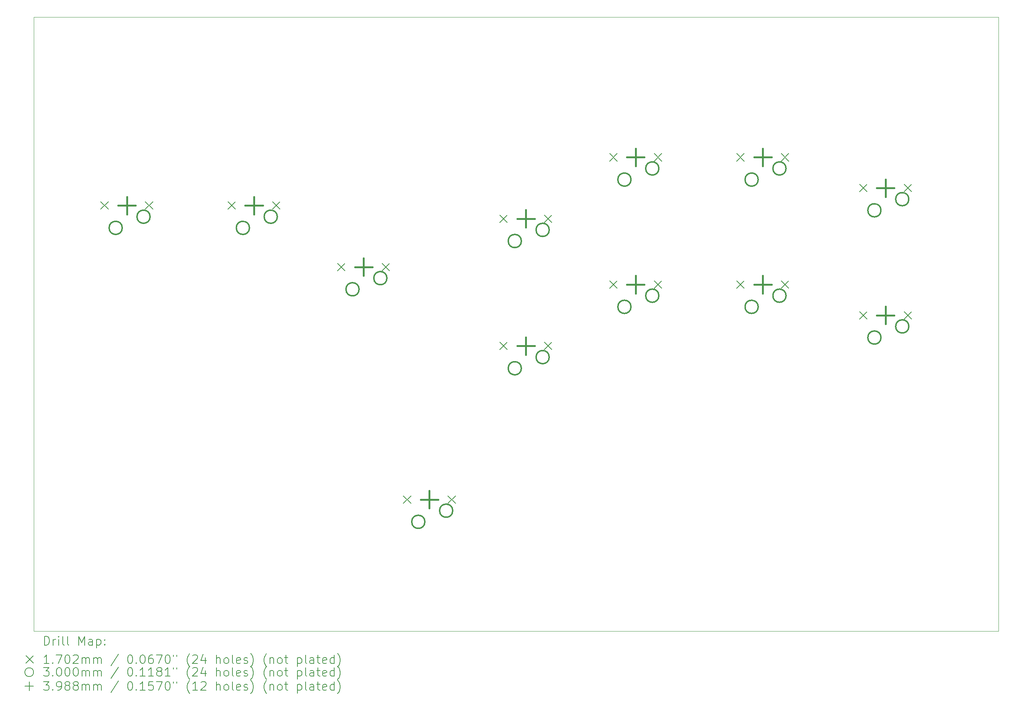
<source format=gbr>
%TF.GenerationSoftware,KiCad,Pcbnew,7.0.2*%
%TF.CreationDate,2023-06-12T14:06:48-07:00*%
%TF.ProjectId,DS5,4453352e-6b69-4636-9164-5f7063625858,rev?*%
%TF.SameCoordinates,Original*%
%TF.FileFunction,Drillmap*%
%TF.FilePolarity,Positive*%
%FSLAX45Y45*%
G04 Gerber Fmt 4.5, Leading zero omitted, Abs format (unit mm)*
G04 Created by KiCad (PCBNEW 7.0.2) date 2023-06-12 14:06:48*
%MOMM*%
%LPD*%
G01*
G04 APERTURE LIST*
%ADD10C,0.100000*%
%ADD11C,0.200000*%
%ADD12C,0.170180*%
%ADD13C,0.300000*%
%ADD14C,0.398780*%
G04 APERTURE END LIST*
D10*
X1800000Y-1700000D02*
X23800000Y-1700000D01*
X23800000Y-15700000D01*
X1800000Y-15700000D01*
X1800000Y-1700000D01*
D11*
D12*
X3327910Y-5914910D02*
X3498090Y-6085090D01*
X3498090Y-5914910D02*
X3327910Y-6085090D01*
X4343910Y-5914910D02*
X4514090Y-6085090D01*
X4514090Y-5914910D02*
X4343910Y-6085090D01*
X6227910Y-5914910D02*
X6398090Y-6085090D01*
X6398090Y-5914910D02*
X6227910Y-6085090D01*
X7243910Y-5914910D02*
X7414090Y-6085090D01*
X7414090Y-5914910D02*
X7243910Y-6085090D01*
X8727910Y-7314910D02*
X8898090Y-7485090D01*
X8898090Y-7314910D02*
X8727910Y-7485090D01*
X9743910Y-7314910D02*
X9914090Y-7485090D01*
X9914090Y-7314910D02*
X9743910Y-7485090D01*
X10227910Y-12614910D02*
X10398090Y-12785090D01*
X10398090Y-12614910D02*
X10227910Y-12785090D01*
X11243910Y-12614910D02*
X11414090Y-12785090D01*
X11414090Y-12614910D02*
X11243910Y-12785090D01*
X12427910Y-6214910D02*
X12598090Y-6385090D01*
X12598090Y-6214910D02*
X12427910Y-6385090D01*
X12427910Y-9114910D02*
X12598090Y-9285090D01*
X12598090Y-9114910D02*
X12427910Y-9285090D01*
X13443910Y-6214910D02*
X13614090Y-6385090D01*
X13614090Y-6214910D02*
X13443910Y-6385090D01*
X13443910Y-9114910D02*
X13614090Y-9285090D01*
X13614090Y-9114910D02*
X13443910Y-9285090D01*
X14927910Y-4814910D02*
X15098090Y-4985090D01*
X15098090Y-4814910D02*
X14927910Y-4985090D01*
X14927910Y-7714910D02*
X15098090Y-7885090D01*
X15098090Y-7714910D02*
X14927910Y-7885090D01*
X15943910Y-4814910D02*
X16114090Y-4985090D01*
X16114090Y-4814910D02*
X15943910Y-4985090D01*
X15943910Y-7714910D02*
X16114090Y-7885090D01*
X16114090Y-7714910D02*
X15943910Y-7885090D01*
X17827910Y-4814910D02*
X17998090Y-4985090D01*
X17998090Y-4814910D02*
X17827910Y-4985090D01*
X17827910Y-7714910D02*
X17998090Y-7885090D01*
X17998090Y-7714910D02*
X17827910Y-7885090D01*
X18843910Y-4814910D02*
X19014090Y-4985090D01*
X19014090Y-4814910D02*
X18843910Y-4985090D01*
X18843910Y-7714910D02*
X19014090Y-7885090D01*
X19014090Y-7714910D02*
X18843910Y-7885090D01*
X20627910Y-5514910D02*
X20798090Y-5685090D01*
X20798090Y-5514910D02*
X20627910Y-5685090D01*
X20627910Y-8414910D02*
X20798090Y-8585090D01*
X20798090Y-8414910D02*
X20627910Y-8585090D01*
X21643910Y-5514910D02*
X21814090Y-5685090D01*
X21814090Y-5514910D02*
X21643910Y-5685090D01*
X21643910Y-8414910D02*
X21814090Y-8585090D01*
X21814090Y-8414910D02*
X21643910Y-8585090D01*
D13*
X3817000Y-6508000D02*
G75*
G03*
X3817000Y-6508000I-150000J0D01*
G01*
X4452000Y-6254000D02*
G75*
G03*
X4452000Y-6254000I-150000J0D01*
G01*
X6717000Y-6508000D02*
G75*
G03*
X6717000Y-6508000I-150000J0D01*
G01*
X7352000Y-6254000D02*
G75*
G03*
X7352000Y-6254000I-150000J0D01*
G01*
X9217000Y-7908000D02*
G75*
G03*
X9217000Y-7908000I-150000J0D01*
G01*
X9852000Y-7654000D02*
G75*
G03*
X9852000Y-7654000I-150000J0D01*
G01*
X10717000Y-13208000D02*
G75*
G03*
X10717000Y-13208000I-150000J0D01*
G01*
X11352000Y-12954000D02*
G75*
G03*
X11352000Y-12954000I-150000J0D01*
G01*
X12917000Y-6808000D02*
G75*
G03*
X12917000Y-6808000I-150000J0D01*
G01*
X12917000Y-9708000D02*
G75*
G03*
X12917000Y-9708000I-150000J0D01*
G01*
X13552000Y-6554000D02*
G75*
G03*
X13552000Y-6554000I-150000J0D01*
G01*
X13552000Y-9454000D02*
G75*
G03*
X13552000Y-9454000I-150000J0D01*
G01*
X15417000Y-5408000D02*
G75*
G03*
X15417000Y-5408000I-150000J0D01*
G01*
X15417000Y-8308000D02*
G75*
G03*
X15417000Y-8308000I-150000J0D01*
G01*
X16052000Y-5154000D02*
G75*
G03*
X16052000Y-5154000I-150000J0D01*
G01*
X16052000Y-8054000D02*
G75*
G03*
X16052000Y-8054000I-150000J0D01*
G01*
X18317000Y-5408000D02*
G75*
G03*
X18317000Y-5408000I-150000J0D01*
G01*
X18317000Y-8308000D02*
G75*
G03*
X18317000Y-8308000I-150000J0D01*
G01*
X18952000Y-5154000D02*
G75*
G03*
X18952000Y-5154000I-150000J0D01*
G01*
X18952000Y-8054000D02*
G75*
G03*
X18952000Y-8054000I-150000J0D01*
G01*
X21117000Y-6108000D02*
G75*
G03*
X21117000Y-6108000I-150000J0D01*
G01*
X21117000Y-9008000D02*
G75*
G03*
X21117000Y-9008000I-150000J0D01*
G01*
X21752000Y-5854000D02*
G75*
G03*
X21752000Y-5854000I-150000J0D01*
G01*
X21752000Y-8754000D02*
G75*
G03*
X21752000Y-8754000I-150000J0D01*
G01*
D14*
X3921000Y-5800610D02*
X3921000Y-6199390D01*
X3721610Y-6000000D02*
X4120390Y-6000000D01*
X6821000Y-5800610D02*
X6821000Y-6199390D01*
X6621610Y-6000000D02*
X7020390Y-6000000D01*
X9321000Y-7200610D02*
X9321000Y-7599390D01*
X9121610Y-7400000D02*
X9520390Y-7400000D01*
X10821000Y-12500610D02*
X10821000Y-12899390D01*
X10621610Y-12700000D02*
X11020390Y-12700000D01*
X13021000Y-6100610D02*
X13021000Y-6499390D01*
X12821610Y-6300000D02*
X13220390Y-6300000D01*
X13021000Y-9000610D02*
X13021000Y-9399390D01*
X12821610Y-9200000D02*
X13220390Y-9200000D01*
X15521000Y-4700610D02*
X15521000Y-5099390D01*
X15321610Y-4900000D02*
X15720390Y-4900000D01*
X15521000Y-7600610D02*
X15521000Y-7999390D01*
X15321610Y-7800000D02*
X15720390Y-7800000D01*
X18421000Y-4700610D02*
X18421000Y-5099390D01*
X18221610Y-4900000D02*
X18620390Y-4900000D01*
X18421000Y-7600610D02*
X18421000Y-7999390D01*
X18221610Y-7800000D02*
X18620390Y-7800000D01*
X21221000Y-5400610D02*
X21221000Y-5799390D01*
X21021610Y-5600000D02*
X21420390Y-5600000D01*
X21221000Y-8300610D02*
X21221000Y-8699390D01*
X21021610Y-8500000D02*
X21420390Y-8500000D01*
D11*
X2042619Y-16017524D02*
X2042619Y-15817524D01*
X2042619Y-15817524D02*
X2090238Y-15817524D01*
X2090238Y-15817524D02*
X2118810Y-15827048D01*
X2118810Y-15827048D02*
X2137857Y-15846095D01*
X2137857Y-15846095D02*
X2147381Y-15865143D01*
X2147381Y-15865143D02*
X2156905Y-15903238D01*
X2156905Y-15903238D02*
X2156905Y-15931809D01*
X2156905Y-15931809D02*
X2147381Y-15969905D01*
X2147381Y-15969905D02*
X2137857Y-15988952D01*
X2137857Y-15988952D02*
X2118810Y-16008000D01*
X2118810Y-16008000D02*
X2090238Y-16017524D01*
X2090238Y-16017524D02*
X2042619Y-16017524D01*
X2242619Y-16017524D02*
X2242619Y-15884190D01*
X2242619Y-15922286D02*
X2252143Y-15903238D01*
X2252143Y-15903238D02*
X2261667Y-15893714D01*
X2261667Y-15893714D02*
X2280714Y-15884190D01*
X2280714Y-15884190D02*
X2299762Y-15884190D01*
X2366429Y-16017524D02*
X2366429Y-15884190D01*
X2366429Y-15817524D02*
X2356905Y-15827048D01*
X2356905Y-15827048D02*
X2366429Y-15836571D01*
X2366429Y-15836571D02*
X2375952Y-15827048D01*
X2375952Y-15827048D02*
X2366429Y-15817524D01*
X2366429Y-15817524D02*
X2366429Y-15836571D01*
X2490238Y-16017524D02*
X2471190Y-16008000D01*
X2471190Y-16008000D02*
X2461667Y-15988952D01*
X2461667Y-15988952D02*
X2461667Y-15817524D01*
X2595000Y-16017524D02*
X2575952Y-16008000D01*
X2575952Y-16008000D02*
X2566429Y-15988952D01*
X2566429Y-15988952D02*
X2566429Y-15817524D01*
X2823571Y-16017524D02*
X2823571Y-15817524D01*
X2823571Y-15817524D02*
X2890238Y-15960381D01*
X2890238Y-15960381D02*
X2956905Y-15817524D01*
X2956905Y-15817524D02*
X2956905Y-16017524D01*
X3137857Y-16017524D02*
X3137857Y-15912762D01*
X3137857Y-15912762D02*
X3128333Y-15893714D01*
X3128333Y-15893714D02*
X3109286Y-15884190D01*
X3109286Y-15884190D02*
X3071190Y-15884190D01*
X3071190Y-15884190D02*
X3052143Y-15893714D01*
X3137857Y-16008000D02*
X3118809Y-16017524D01*
X3118809Y-16017524D02*
X3071190Y-16017524D01*
X3071190Y-16017524D02*
X3052143Y-16008000D01*
X3052143Y-16008000D02*
X3042619Y-15988952D01*
X3042619Y-15988952D02*
X3042619Y-15969905D01*
X3042619Y-15969905D02*
X3052143Y-15950857D01*
X3052143Y-15950857D02*
X3071190Y-15941333D01*
X3071190Y-15941333D02*
X3118809Y-15941333D01*
X3118809Y-15941333D02*
X3137857Y-15931809D01*
X3233095Y-15884190D02*
X3233095Y-16084190D01*
X3233095Y-15893714D02*
X3252143Y-15884190D01*
X3252143Y-15884190D02*
X3290238Y-15884190D01*
X3290238Y-15884190D02*
X3309286Y-15893714D01*
X3309286Y-15893714D02*
X3318809Y-15903238D01*
X3318809Y-15903238D02*
X3328333Y-15922286D01*
X3328333Y-15922286D02*
X3328333Y-15979428D01*
X3328333Y-15979428D02*
X3318809Y-15998476D01*
X3318809Y-15998476D02*
X3309286Y-16008000D01*
X3309286Y-16008000D02*
X3290238Y-16017524D01*
X3290238Y-16017524D02*
X3252143Y-16017524D01*
X3252143Y-16017524D02*
X3233095Y-16008000D01*
X3414048Y-15998476D02*
X3423571Y-16008000D01*
X3423571Y-16008000D02*
X3414048Y-16017524D01*
X3414048Y-16017524D02*
X3404524Y-16008000D01*
X3404524Y-16008000D02*
X3414048Y-15998476D01*
X3414048Y-15998476D02*
X3414048Y-16017524D01*
X3414048Y-15893714D02*
X3423571Y-15903238D01*
X3423571Y-15903238D02*
X3414048Y-15912762D01*
X3414048Y-15912762D02*
X3404524Y-15903238D01*
X3404524Y-15903238D02*
X3414048Y-15893714D01*
X3414048Y-15893714D02*
X3414048Y-15912762D01*
D12*
X1624820Y-16259910D02*
X1795000Y-16430090D01*
X1795000Y-16259910D02*
X1624820Y-16430090D01*
D11*
X2147381Y-16437524D02*
X2033095Y-16437524D01*
X2090238Y-16437524D02*
X2090238Y-16237524D01*
X2090238Y-16237524D02*
X2071190Y-16266095D01*
X2071190Y-16266095D02*
X2052143Y-16285143D01*
X2052143Y-16285143D02*
X2033095Y-16294667D01*
X2233095Y-16418476D02*
X2242619Y-16428000D01*
X2242619Y-16428000D02*
X2233095Y-16437524D01*
X2233095Y-16437524D02*
X2223571Y-16428000D01*
X2223571Y-16428000D02*
X2233095Y-16418476D01*
X2233095Y-16418476D02*
X2233095Y-16437524D01*
X2309286Y-16237524D02*
X2442619Y-16237524D01*
X2442619Y-16237524D02*
X2356905Y-16437524D01*
X2556905Y-16237524D02*
X2575952Y-16237524D01*
X2575952Y-16237524D02*
X2595000Y-16247048D01*
X2595000Y-16247048D02*
X2604524Y-16256571D01*
X2604524Y-16256571D02*
X2614048Y-16275619D01*
X2614048Y-16275619D02*
X2623571Y-16313714D01*
X2623571Y-16313714D02*
X2623571Y-16361333D01*
X2623571Y-16361333D02*
X2614048Y-16399428D01*
X2614048Y-16399428D02*
X2604524Y-16418476D01*
X2604524Y-16418476D02*
X2595000Y-16428000D01*
X2595000Y-16428000D02*
X2575952Y-16437524D01*
X2575952Y-16437524D02*
X2556905Y-16437524D01*
X2556905Y-16437524D02*
X2537857Y-16428000D01*
X2537857Y-16428000D02*
X2528333Y-16418476D01*
X2528333Y-16418476D02*
X2518810Y-16399428D01*
X2518810Y-16399428D02*
X2509286Y-16361333D01*
X2509286Y-16361333D02*
X2509286Y-16313714D01*
X2509286Y-16313714D02*
X2518810Y-16275619D01*
X2518810Y-16275619D02*
X2528333Y-16256571D01*
X2528333Y-16256571D02*
X2537857Y-16247048D01*
X2537857Y-16247048D02*
X2556905Y-16237524D01*
X2699762Y-16256571D02*
X2709286Y-16247048D01*
X2709286Y-16247048D02*
X2728333Y-16237524D01*
X2728333Y-16237524D02*
X2775952Y-16237524D01*
X2775952Y-16237524D02*
X2795000Y-16247048D01*
X2795000Y-16247048D02*
X2804524Y-16256571D01*
X2804524Y-16256571D02*
X2814048Y-16275619D01*
X2814048Y-16275619D02*
X2814048Y-16294667D01*
X2814048Y-16294667D02*
X2804524Y-16323238D01*
X2804524Y-16323238D02*
X2690238Y-16437524D01*
X2690238Y-16437524D02*
X2814048Y-16437524D01*
X2899762Y-16437524D02*
X2899762Y-16304190D01*
X2899762Y-16323238D02*
X2909286Y-16313714D01*
X2909286Y-16313714D02*
X2928333Y-16304190D01*
X2928333Y-16304190D02*
X2956905Y-16304190D01*
X2956905Y-16304190D02*
X2975952Y-16313714D01*
X2975952Y-16313714D02*
X2985476Y-16332762D01*
X2985476Y-16332762D02*
X2985476Y-16437524D01*
X2985476Y-16332762D02*
X2995000Y-16313714D01*
X2995000Y-16313714D02*
X3014048Y-16304190D01*
X3014048Y-16304190D02*
X3042619Y-16304190D01*
X3042619Y-16304190D02*
X3061667Y-16313714D01*
X3061667Y-16313714D02*
X3071190Y-16332762D01*
X3071190Y-16332762D02*
X3071190Y-16437524D01*
X3166429Y-16437524D02*
X3166429Y-16304190D01*
X3166429Y-16323238D02*
X3175952Y-16313714D01*
X3175952Y-16313714D02*
X3195000Y-16304190D01*
X3195000Y-16304190D02*
X3223571Y-16304190D01*
X3223571Y-16304190D02*
X3242619Y-16313714D01*
X3242619Y-16313714D02*
X3252143Y-16332762D01*
X3252143Y-16332762D02*
X3252143Y-16437524D01*
X3252143Y-16332762D02*
X3261667Y-16313714D01*
X3261667Y-16313714D02*
X3280714Y-16304190D01*
X3280714Y-16304190D02*
X3309286Y-16304190D01*
X3309286Y-16304190D02*
X3328333Y-16313714D01*
X3328333Y-16313714D02*
X3337857Y-16332762D01*
X3337857Y-16332762D02*
X3337857Y-16437524D01*
X3728333Y-16228000D02*
X3556905Y-16485143D01*
X3985476Y-16237524D02*
X4004524Y-16237524D01*
X4004524Y-16237524D02*
X4023572Y-16247048D01*
X4023572Y-16247048D02*
X4033095Y-16256571D01*
X4033095Y-16256571D02*
X4042619Y-16275619D01*
X4042619Y-16275619D02*
X4052143Y-16313714D01*
X4052143Y-16313714D02*
X4052143Y-16361333D01*
X4052143Y-16361333D02*
X4042619Y-16399428D01*
X4042619Y-16399428D02*
X4033095Y-16418476D01*
X4033095Y-16418476D02*
X4023572Y-16428000D01*
X4023572Y-16428000D02*
X4004524Y-16437524D01*
X4004524Y-16437524D02*
X3985476Y-16437524D01*
X3985476Y-16437524D02*
X3966429Y-16428000D01*
X3966429Y-16428000D02*
X3956905Y-16418476D01*
X3956905Y-16418476D02*
X3947381Y-16399428D01*
X3947381Y-16399428D02*
X3937857Y-16361333D01*
X3937857Y-16361333D02*
X3937857Y-16313714D01*
X3937857Y-16313714D02*
X3947381Y-16275619D01*
X3947381Y-16275619D02*
X3956905Y-16256571D01*
X3956905Y-16256571D02*
X3966429Y-16247048D01*
X3966429Y-16247048D02*
X3985476Y-16237524D01*
X4137857Y-16418476D02*
X4147381Y-16428000D01*
X4147381Y-16428000D02*
X4137857Y-16437524D01*
X4137857Y-16437524D02*
X4128333Y-16428000D01*
X4128333Y-16428000D02*
X4137857Y-16418476D01*
X4137857Y-16418476D02*
X4137857Y-16437524D01*
X4271191Y-16237524D02*
X4290238Y-16237524D01*
X4290238Y-16237524D02*
X4309286Y-16247048D01*
X4309286Y-16247048D02*
X4318810Y-16256571D01*
X4318810Y-16256571D02*
X4328334Y-16275619D01*
X4328334Y-16275619D02*
X4337857Y-16313714D01*
X4337857Y-16313714D02*
X4337857Y-16361333D01*
X4337857Y-16361333D02*
X4328334Y-16399428D01*
X4328334Y-16399428D02*
X4318810Y-16418476D01*
X4318810Y-16418476D02*
X4309286Y-16428000D01*
X4309286Y-16428000D02*
X4290238Y-16437524D01*
X4290238Y-16437524D02*
X4271191Y-16437524D01*
X4271191Y-16437524D02*
X4252143Y-16428000D01*
X4252143Y-16428000D02*
X4242619Y-16418476D01*
X4242619Y-16418476D02*
X4233095Y-16399428D01*
X4233095Y-16399428D02*
X4223572Y-16361333D01*
X4223572Y-16361333D02*
X4223572Y-16313714D01*
X4223572Y-16313714D02*
X4233095Y-16275619D01*
X4233095Y-16275619D02*
X4242619Y-16256571D01*
X4242619Y-16256571D02*
X4252143Y-16247048D01*
X4252143Y-16247048D02*
X4271191Y-16237524D01*
X4509286Y-16237524D02*
X4471191Y-16237524D01*
X4471191Y-16237524D02*
X4452143Y-16247048D01*
X4452143Y-16247048D02*
X4442619Y-16256571D01*
X4442619Y-16256571D02*
X4423572Y-16285143D01*
X4423572Y-16285143D02*
X4414048Y-16323238D01*
X4414048Y-16323238D02*
X4414048Y-16399428D01*
X4414048Y-16399428D02*
X4423572Y-16418476D01*
X4423572Y-16418476D02*
X4433095Y-16428000D01*
X4433095Y-16428000D02*
X4452143Y-16437524D01*
X4452143Y-16437524D02*
X4490238Y-16437524D01*
X4490238Y-16437524D02*
X4509286Y-16428000D01*
X4509286Y-16428000D02*
X4518810Y-16418476D01*
X4518810Y-16418476D02*
X4528334Y-16399428D01*
X4528334Y-16399428D02*
X4528334Y-16351809D01*
X4528334Y-16351809D02*
X4518810Y-16332762D01*
X4518810Y-16332762D02*
X4509286Y-16323238D01*
X4509286Y-16323238D02*
X4490238Y-16313714D01*
X4490238Y-16313714D02*
X4452143Y-16313714D01*
X4452143Y-16313714D02*
X4433095Y-16323238D01*
X4433095Y-16323238D02*
X4423572Y-16332762D01*
X4423572Y-16332762D02*
X4414048Y-16351809D01*
X4595000Y-16237524D02*
X4728334Y-16237524D01*
X4728334Y-16237524D02*
X4642619Y-16437524D01*
X4842619Y-16237524D02*
X4861667Y-16237524D01*
X4861667Y-16237524D02*
X4880715Y-16247048D01*
X4880715Y-16247048D02*
X4890238Y-16256571D01*
X4890238Y-16256571D02*
X4899762Y-16275619D01*
X4899762Y-16275619D02*
X4909286Y-16313714D01*
X4909286Y-16313714D02*
X4909286Y-16361333D01*
X4909286Y-16361333D02*
X4899762Y-16399428D01*
X4899762Y-16399428D02*
X4890238Y-16418476D01*
X4890238Y-16418476D02*
X4880715Y-16428000D01*
X4880715Y-16428000D02*
X4861667Y-16437524D01*
X4861667Y-16437524D02*
X4842619Y-16437524D01*
X4842619Y-16437524D02*
X4823572Y-16428000D01*
X4823572Y-16428000D02*
X4814048Y-16418476D01*
X4814048Y-16418476D02*
X4804524Y-16399428D01*
X4804524Y-16399428D02*
X4795000Y-16361333D01*
X4795000Y-16361333D02*
X4795000Y-16313714D01*
X4795000Y-16313714D02*
X4804524Y-16275619D01*
X4804524Y-16275619D02*
X4814048Y-16256571D01*
X4814048Y-16256571D02*
X4823572Y-16247048D01*
X4823572Y-16247048D02*
X4842619Y-16237524D01*
X4985476Y-16237524D02*
X4985476Y-16275619D01*
X5061667Y-16237524D02*
X5061667Y-16275619D01*
X5356905Y-16513714D02*
X5347381Y-16504190D01*
X5347381Y-16504190D02*
X5328334Y-16475619D01*
X5328334Y-16475619D02*
X5318810Y-16456571D01*
X5318810Y-16456571D02*
X5309286Y-16428000D01*
X5309286Y-16428000D02*
X5299762Y-16380381D01*
X5299762Y-16380381D02*
X5299762Y-16342286D01*
X5299762Y-16342286D02*
X5309286Y-16294667D01*
X5309286Y-16294667D02*
X5318810Y-16266095D01*
X5318810Y-16266095D02*
X5328334Y-16247048D01*
X5328334Y-16247048D02*
X5347381Y-16218476D01*
X5347381Y-16218476D02*
X5356905Y-16208952D01*
X5423572Y-16256571D02*
X5433096Y-16247048D01*
X5433096Y-16247048D02*
X5452143Y-16237524D01*
X5452143Y-16237524D02*
X5499762Y-16237524D01*
X5499762Y-16237524D02*
X5518810Y-16247048D01*
X5518810Y-16247048D02*
X5528334Y-16256571D01*
X5528334Y-16256571D02*
X5537857Y-16275619D01*
X5537857Y-16275619D02*
X5537857Y-16294667D01*
X5537857Y-16294667D02*
X5528334Y-16323238D01*
X5528334Y-16323238D02*
X5414048Y-16437524D01*
X5414048Y-16437524D02*
X5537857Y-16437524D01*
X5709286Y-16304190D02*
X5709286Y-16437524D01*
X5661667Y-16228000D02*
X5614048Y-16370857D01*
X5614048Y-16370857D02*
X5737857Y-16370857D01*
X5966429Y-16437524D02*
X5966429Y-16237524D01*
X6052143Y-16437524D02*
X6052143Y-16332762D01*
X6052143Y-16332762D02*
X6042619Y-16313714D01*
X6042619Y-16313714D02*
X6023572Y-16304190D01*
X6023572Y-16304190D02*
X5995000Y-16304190D01*
X5995000Y-16304190D02*
X5975953Y-16313714D01*
X5975953Y-16313714D02*
X5966429Y-16323238D01*
X6175953Y-16437524D02*
X6156905Y-16428000D01*
X6156905Y-16428000D02*
X6147381Y-16418476D01*
X6147381Y-16418476D02*
X6137857Y-16399428D01*
X6137857Y-16399428D02*
X6137857Y-16342286D01*
X6137857Y-16342286D02*
X6147381Y-16323238D01*
X6147381Y-16323238D02*
X6156905Y-16313714D01*
X6156905Y-16313714D02*
X6175953Y-16304190D01*
X6175953Y-16304190D02*
X6204524Y-16304190D01*
X6204524Y-16304190D02*
X6223572Y-16313714D01*
X6223572Y-16313714D02*
X6233096Y-16323238D01*
X6233096Y-16323238D02*
X6242619Y-16342286D01*
X6242619Y-16342286D02*
X6242619Y-16399428D01*
X6242619Y-16399428D02*
X6233096Y-16418476D01*
X6233096Y-16418476D02*
X6223572Y-16428000D01*
X6223572Y-16428000D02*
X6204524Y-16437524D01*
X6204524Y-16437524D02*
X6175953Y-16437524D01*
X6356905Y-16437524D02*
X6337857Y-16428000D01*
X6337857Y-16428000D02*
X6328334Y-16408952D01*
X6328334Y-16408952D02*
X6328334Y-16237524D01*
X6509286Y-16428000D02*
X6490238Y-16437524D01*
X6490238Y-16437524D02*
X6452143Y-16437524D01*
X6452143Y-16437524D02*
X6433096Y-16428000D01*
X6433096Y-16428000D02*
X6423572Y-16408952D01*
X6423572Y-16408952D02*
X6423572Y-16332762D01*
X6423572Y-16332762D02*
X6433096Y-16313714D01*
X6433096Y-16313714D02*
X6452143Y-16304190D01*
X6452143Y-16304190D02*
X6490238Y-16304190D01*
X6490238Y-16304190D02*
X6509286Y-16313714D01*
X6509286Y-16313714D02*
X6518810Y-16332762D01*
X6518810Y-16332762D02*
X6518810Y-16351809D01*
X6518810Y-16351809D02*
X6423572Y-16370857D01*
X6595000Y-16428000D02*
X6614048Y-16437524D01*
X6614048Y-16437524D02*
X6652143Y-16437524D01*
X6652143Y-16437524D02*
X6671191Y-16428000D01*
X6671191Y-16428000D02*
X6680715Y-16408952D01*
X6680715Y-16408952D02*
X6680715Y-16399428D01*
X6680715Y-16399428D02*
X6671191Y-16380381D01*
X6671191Y-16380381D02*
X6652143Y-16370857D01*
X6652143Y-16370857D02*
X6623572Y-16370857D01*
X6623572Y-16370857D02*
X6604524Y-16361333D01*
X6604524Y-16361333D02*
X6595000Y-16342286D01*
X6595000Y-16342286D02*
X6595000Y-16332762D01*
X6595000Y-16332762D02*
X6604524Y-16313714D01*
X6604524Y-16313714D02*
X6623572Y-16304190D01*
X6623572Y-16304190D02*
X6652143Y-16304190D01*
X6652143Y-16304190D02*
X6671191Y-16313714D01*
X6747381Y-16513714D02*
X6756905Y-16504190D01*
X6756905Y-16504190D02*
X6775953Y-16475619D01*
X6775953Y-16475619D02*
X6785477Y-16456571D01*
X6785477Y-16456571D02*
X6795000Y-16428000D01*
X6795000Y-16428000D02*
X6804524Y-16380381D01*
X6804524Y-16380381D02*
X6804524Y-16342286D01*
X6804524Y-16342286D02*
X6795000Y-16294667D01*
X6795000Y-16294667D02*
X6785477Y-16266095D01*
X6785477Y-16266095D02*
X6775953Y-16247048D01*
X6775953Y-16247048D02*
X6756905Y-16218476D01*
X6756905Y-16218476D02*
X6747381Y-16208952D01*
X7109286Y-16513714D02*
X7099762Y-16504190D01*
X7099762Y-16504190D02*
X7080715Y-16475619D01*
X7080715Y-16475619D02*
X7071191Y-16456571D01*
X7071191Y-16456571D02*
X7061667Y-16428000D01*
X7061667Y-16428000D02*
X7052143Y-16380381D01*
X7052143Y-16380381D02*
X7052143Y-16342286D01*
X7052143Y-16342286D02*
X7061667Y-16294667D01*
X7061667Y-16294667D02*
X7071191Y-16266095D01*
X7071191Y-16266095D02*
X7080715Y-16247048D01*
X7080715Y-16247048D02*
X7099762Y-16218476D01*
X7099762Y-16218476D02*
X7109286Y-16208952D01*
X7185477Y-16304190D02*
X7185477Y-16437524D01*
X7185477Y-16323238D02*
X7195000Y-16313714D01*
X7195000Y-16313714D02*
X7214048Y-16304190D01*
X7214048Y-16304190D02*
X7242619Y-16304190D01*
X7242619Y-16304190D02*
X7261667Y-16313714D01*
X7261667Y-16313714D02*
X7271191Y-16332762D01*
X7271191Y-16332762D02*
X7271191Y-16437524D01*
X7395000Y-16437524D02*
X7375953Y-16428000D01*
X7375953Y-16428000D02*
X7366429Y-16418476D01*
X7366429Y-16418476D02*
X7356905Y-16399428D01*
X7356905Y-16399428D02*
X7356905Y-16342286D01*
X7356905Y-16342286D02*
X7366429Y-16323238D01*
X7366429Y-16323238D02*
X7375953Y-16313714D01*
X7375953Y-16313714D02*
X7395000Y-16304190D01*
X7395000Y-16304190D02*
X7423572Y-16304190D01*
X7423572Y-16304190D02*
X7442619Y-16313714D01*
X7442619Y-16313714D02*
X7452143Y-16323238D01*
X7452143Y-16323238D02*
X7461667Y-16342286D01*
X7461667Y-16342286D02*
X7461667Y-16399428D01*
X7461667Y-16399428D02*
X7452143Y-16418476D01*
X7452143Y-16418476D02*
X7442619Y-16428000D01*
X7442619Y-16428000D02*
X7423572Y-16437524D01*
X7423572Y-16437524D02*
X7395000Y-16437524D01*
X7518810Y-16304190D02*
X7595000Y-16304190D01*
X7547381Y-16237524D02*
X7547381Y-16408952D01*
X7547381Y-16408952D02*
X7556905Y-16428000D01*
X7556905Y-16428000D02*
X7575953Y-16437524D01*
X7575953Y-16437524D02*
X7595000Y-16437524D01*
X7814048Y-16304190D02*
X7814048Y-16504190D01*
X7814048Y-16313714D02*
X7833096Y-16304190D01*
X7833096Y-16304190D02*
X7871191Y-16304190D01*
X7871191Y-16304190D02*
X7890239Y-16313714D01*
X7890239Y-16313714D02*
X7899762Y-16323238D01*
X7899762Y-16323238D02*
X7909286Y-16342286D01*
X7909286Y-16342286D02*
X7909286Y-16399428D01*
X7909286Y-16399428D02*
X7899762Y-16418476D01*
X7899762Y-16418476D02*
X7890239Y-16428000D01*
X7890239Y-16428000D02*
X7871191Y-16437524D01*
X7871191Y-16437524D02*
X7833096Y-16437524D01*
X7833096Y-16437524D02*
X7814048Y-16428000D01*
X8023572Y-16437524D02*
X8004524Y-16428000D01*
X8004524Y-16428000D02*
X7995000Y-16408952D01*
X7995000Y-16408952D02*
X7995000Y-16237524D01*
X8185477Y-16437524D02*
X8185477Y-16332762D01*
X8185477Y-16332762D02*
X8175953Y-16313714D01*
X8175953Y-16313714D02*
X8156905Y-16304190D01*
X8156905Y-16304190D02*
X8118810Y-16304190D01*
X8118810Y-16304190D02*
X8099762Y-16313714D01*
X8185477Y-16428000D02*
X8166429Y-16437524D01*
X8166429Y-16437524D02*
X8118810Y-16437524D01*
X8118810Y-16437524D02*
X8099762Y-16428000D01*
X8099762Y-16428000D02*
X8090239Y-16408952D01*
X8090239Y-16408952D02*
X8090239Y-16389905D01*
X8090239Y-16389905D02*
X8099762Y-16370857D01*
X8099762Y-16370857D02*
X8118810Y-16361333D01*
X8118810Y-16361333D02*
X8166429Y-16361333D01*
X8166429Y-16361333D02*
X8185477Y-16351809D01*
X8252143Y-16304190D02*
X8328334Y-16304190D01*
X8280715Y-16237524D02*
X8280715Y-16408952D01*
X8280715Y-16408952D02*
X8290239Y-16428000D01*
X8290239Y-16428000D02*
X8309286Y-16437524D01*
X8309286Y-16437524D02*
X8328334Y-16437524D01*
X8471191Y-16428000D02*
X8452143Y-16437524D01*
X8452143Y-16437524D02*
X8414048Y-16437524D01*
X8414048Y-16437524D02*
X8395001Y-16428000D01*
X8395001Y-16428000D02*
X8385477Y-16408952D01*
X8385477Y-16408952D02*
X8385477Y-16332762D01*
X8385477Y-16332762D02*
X8395001Y-16313714D01*
X8395001Y-16313714D02*
X8414048Y-16304190D01*
X8414048Y-16304190D02*
X8452143Y-16304190D01*
X8452143Y-16304190D02*
X8471191Y-16313714D01*
X8471191Y-16313714D02*
X8480715Y-16332762D01*
X8480715Y-16332762D02*
X8480715Y-16351809D01*
X8480715Y-16351809D02*
X8385477Y-16370857D01*
X8652143Y-16437524D02*
X8652143Y-16237524D01*
X8652143Y-16428000D02*
X8633096Y-16437524D01*
X8633096Y-16437524D02*
X8595001Y-16437524D01*
X8595001Y-16437524D02*
X8575953Y-16428000D01*
X8575953Y-16428000D02*
X8566429Y-16418476D01*
X8566429Y-16418476D02*
X8556905Y-16399428D01*
X8556905Y-16399428D02*
X8556905Y-16342286D01*
X8556905Y-16342286D02*
X8566429Y-16323238D01*
X8566429Y-16323238D02*
X8575953Y-16313714D01*
X8575953Y-16313714D02*
X8595001Y-16304190D01*
X8595001Y-16304190D02*
X8633096Y-16304190D01*
X8633096Y-16304190D02*
X8652143Y-16313714D01*
X8728334Y-16513714D02*
X8737858Y-16504190D01*
X8737858Y-16504190D02*
X8756905Y-16475619D01*
X8756905Y-16475619D02*
X8766429Y-16456571D01*
X8766429Y-16456571D02*
X8775953Y-16428000D01*
X8775953Y-16428000D02*
X8785477Y-16380381D01*
X8785477Y-16380381D02*
X8785477Y-16342286D01*
X8785477Y-16342286D02*
X8775953Y-16294667D01*
X8775953Y-16294667D02*
X8766429Y-16266095D01*
X8766429Y-16266095D02*
X8756905Y-16247048D01*
X8756905Y-16247048D02*
X8737858Y-16218476D01*
X8737858Y-16218476D02*
X8728334Y-16208952D01*
X1795000Y-16635180D02*
G75*
G03*
X1795000Y-16635180I-100000J0D01*
G01*
X2023571Y-16527704D02*
X2147381Y-16527704D01*
X2147381Y-16527704D02*
X2080714Y-16603894D01*
X2080714Y-16603894D02*
X2109286Y-16603894D01*
X2109286Y-16603894D02*
X2128333Y-16613418D01*
X2128333Y-16613418D02*
X2137857Y-16622942D01*
X2137857Y-16622942D02*
X2147381Y-16641989D01*
X2147381Y-16641989D02*
X2147381Y-16689608D01*
X2147381Y-16689608D02*
X2137857Y-16708656D01*
X2137857Y-16708656D02*
X2128333Y-16718180D01*
X2128333Y-16718180D02*
X2109286Y-16727704D01*
X2109286Y-16727704D02*
X2052143Y-16727704D01*
X2052143Y-16727704D02*
X2033095Y-16718180D01*
X2033095Y-16718180D02*
X2023571Y-16708656D01*
X2233095Y-16708656D02*
X2242619Y-16718180D01*
X2242619Y-16718180D02*
X2233095Y-16727704D01*
X2233095Y-16727704D02*
X2223571Y-16718180D01*
X2223571Y-16718180D02*
X2233095Y-16708656D01*
X2233095Y-16708656D02*
X2233095Y-16727704D01*
X2366429Y-16527704D02*
X2385476Y-16527704D01*
X2385476Y-16527704D02*
X2404524Y-16537228D01*
X2404524Y-16537228D02*
X2414048Y-16546751D01*
X2414048Y-16546751D02*
X2423571Y-16565799D01*
X2423571Y-16565799D02*
X2433095Y-16603894D01*
X2433095Y-16603894D02*
X2433095Y-16651513D01*
X2433095Y-16651513D02*
X2423571Y-16689608D01*
X2423571Y-16689608D02*
X2414048Y-16708656D01*
X2414048Y-16708656D02*
X2404524Y-16718180D01*
X2404524Y-16718180D02*
X2385476Y-16727704D01*
X2385476Y-16727704D02*
X2366429Y-16727704D01*
X2366429Y-16727704D02*
X2347381Y-16718180D01*
X2347381Y-16718180D02*
X2337857Y-16708656D01*
X2337857Y-16708656D02*
X2328333Y-16689608D01*
X2328333Y-16689608D02*
X2318810Y-16651513D01*
X2318810Y-16651513D02*
X2318810Y-16603894D01*
X2318810Y-16603894D02*
X2328333Y-16565799D01*
X2328333Y-16565799D02*
X2337857Y-16546751D01*
X2337857Y-16546751D02*
X2347381Y-16537228D01*
X2347381Y-16537228D02*
X2366429Y-16527704D01*
X2556905Y-16527704D02*
X2575952Y-16527704D01*
X2575952Y-16527704D02*
X2595000Y-16537228D01*
X2595000Y-16537228D02*
X2604524Y-16546751D01*
X2604524Y-16546751D02*
X2614048Y-16565799D01*
X2614048Y-16565799D02*
X2623571Y-16603894D01*
X2623571Y-16603894D02*
X2623571Y-16651513D01*
X2623571Y-16651513D02*
X2614048Y-16689608D01*
X2614048Y-16689608D02*
X2604524Y-16708656D01*
X2604524Y-16708656D02*
X2595000Y-16718180D01*
X2595000Y-16718180D02*
X2575952Y-16727704D01*
X2575952Y-16727704D02*
X2556905Y-16727704D01*
X2556905Y-16727704D02*
X2537857Y-16718180D01*
X2537857Y-16718180D02*
X2528333Y-16708656D01*
X2528333Y-16708656D02*
X2518810Y-16689608D01*
X2518810Y-16689608D02*
X2509286Y-16651513D01*
X2509286Y-16651513D02*
X2509286Y-16603894D01*
X2509286Y-16603894D02*
X2518810Y-16565799D01*
X2518810Y-16565799D02*
X2528333Y-16546751D01*
X2528333Y-16546751D02*
X2537857Y-16537228D01*
X2537857Y-16537228D02*
X2556905Y-16527704D01*
X2747381Y-16527704D02*
X2766429Y-16527704D01*
X2766429Y-16527704D02*
X2785476Y-16537228D01*
X2785476Y-16537228D02*
X2795000Y-16546751D01*
X2795000Y-16546751D02*
X2804524Y-16565799D01*
X2804524Y-16565799D02*
X2814048Y-16603894D01*
X2814048Y-16603894D02*
X2814048Y-16651513D01*
X2814048Y-16651513D02*
X2804524Y-16689608D01*
X2804524Y-16689608D02*
X2795000Y-16708656D01*
X2795000Y-16708656D02*
X2785476Y-16718180D01*
X2785476Y-16718180D02*
X2766429Y-16727704D01*
X2766429Y-16727704D02*
X2747381Y-16727704D01*
X2747381Y-16727704D02*
X2728333Y-16718180D01*
X2728333Y-16718180D02*
X2718810Y-16708656D01*
X2718810Y-16708656D02*
X2709286Y-16689608D01*
X2709286Y-16689608D02*
X2699762Y-16651513D01*
X2699762Y-16651513D02*
X2699762Y-16603894D01*
X2699762Y-16603894D02*
X2709286Y-16565799D01*
X2709286Y-16565799D02*
X2718810Y-16546751D01*
X2718810Y-16546751D02*
X2728333Y-16537228D01*
X2728333Y-16537228D02*
X2747381Y-16527704D01*
X2899762Y-16727704D02*
X2899762Y-16594370D01*
X2899762Y-16613418D02*
X2909286Y-16603894D01*
X2909286Y-16603894D02*
X2928333Y-16594370D01*
X2928333Y-16594370D02*
X2956905Y-16594370D01*
X2956905Y-16594370D02*
X2975952Y-16603894D01*
X2975952Y-16603894D02*
X2985476Y-16622942D01*
X2985476Y-16622942D02*
X2985476Y-16727704D01*
X2985476Y-16622942D02*
X2995000Y-16603894D01*
X2995000Y-16603894D02*
X3014048Y-16594370D01*
X3014048Y-16594370D02*
X3042619Y-16594370D01*
X3042619Y-16594370D02*
X3061667Y-16603894D01*
X3061667Y-16603894D02*
X3071190Y-16622942D01*
X3071190Y-16622942D02*
X3071190Y-16727704D01*
X3166429Y-16727704D02*
X3166429Y-16594370D01*
X3166429Y-16613418D02*
X3175952Y-16603894D01*
X3175952Y-16603894D02*
X3195000Y-16594370D01*
X3195000Y-16594370D02*
X3223571Y-16594370D01*
X3223571Y-16594370D02*
X3242619Y-16603894D01*
X3242619Y-16603894D02*
X3252143Y-16622942D01*
X3252143Y-16622942D02*
X3252143Y-16727704D01*
X3252143Y-16622942D02*
X3261667Y-16603894D01*
X3261667Y-16603894D02*
X3280714Y-16594370D01*
X3280714Y-16594370D02*
X3309286Y-16594370D01*
X3309286Y-16594370D02*
X3328333Y-16603894D01*
X3328333Y-16603894D02*
X3337857Y-16622942D01*
X3337857Y-16622942D02*
X3337857Y-16727704D01*
X3728333Y-16518180D02*
X3556905Y-16775323D01*
X3985476Y-16527704D02*
X4004524Y-16527704D01*
X4004524Y-16527704D02*
X4023572Y-16537228D01*
X4023572Y-16537228D02*
X4033095Y-16546751D01*
X4033095Y-16546751D02*
X4042619Y-16565799D01*
X4042619Y-16565799D02*
X4052143Y-16603894D01*
X4052143Y-16603894D02*
X4052143Y-16651513D01*
X4052143Y-16651513D02*
X4042619Y-16689608D01*
X4042619Y-16689608D02*
X4033095Y-16708656D01*
X4033095Y-16708656D02*
X4023572Y-16718180D01*
X4023572Y-16718180D02*
X4004524Y-16727704D01*
X4004524Y-16727704D02*
X3985476Y-16727704D01*
X3985476Y-16727704D02*
X3966429Y-16718180D01*
X3966429Y-16718180D02*
X3956905Y-16708656D01*
X3956905Y-16708656D02*
X3947381Y-16689608D01*
X3947381Y-16689608D02*
X3937857Y-16651513D01*
X3937857Y-16651513D02*
X3937857Y-16603894D01*
X3937857Y-16603894D02*
X3947381Y-16565799D01*
X3947381Y-16565799D02*
X3956905Y-16546751D01*
X3956905Y-16546751D02*
X3966429Y-16537228D01*
X3966429Y-16537228D02*
X3985476Y-16527704D01*
X4137857Y-16708656D02*
X4147381Y-16718180D01*
X4147381Y-16718180D02*
X4137857Y-16727704D01*
X4137857Y-16727704D02*
X4128333Y-16718180D01*
X4128333Y-16718180D02*
X4137857Y-16708656D01*
X4137857Y-16708656D02*
X4137857Y-16727704D01*
X4337857Y-16727704D02*
X4223572Y-16727704D01*
X4280714Y-16727704D02*
X4280714Y-16527704D01*
X4280714Y-16527704D02*
X4261667Y-16556275D01*
X4261667Y-16556275D02*
X4242619Y-16575323D01*
X4242619Y-16575323D02*
X4223572Y-16584847D01*
X4528334Y-16727704D02*
X4414048Y-16727704D01*
X4471191Y-16727704D02*
X4471191Y-16527704D01*
X4471191Y-16527704D02*
X4452143Y-16556275D01*
X4452143Y-16556275D02*
X4433095Y-16575323D01*
X4433095Y-16575323D02*
X4414048Y-16584847D01*
X4642619Y-16613418D02*
X4623572Y-16603894D01*
X4623572Y-16603894D02*
X4614048Y-16594370D01*
X4614048Y-16594370D02*
X4604524Y-16575323D01*
X4604524Y-16575323D02*
X4604524Y-16565799D01*
X4604524Y-16565799D02*
X4614048Y-16546751D01*
X4614048Y-16546751D02*
X4623572Y-16537228D01*
X4623572Y-16537228D02*
X4642619Y-16527704D01*
X4642619Y-16527704D02*
X4680715Y-16527704D01*
X4680715Y-16527704D02*
X4699762Y-16537228D01*
X4699762Y-16537228D02*
X4709286Y-16546751D01*
X4709286Y-16546751D02*
X4718810Y-16565799D01*
X4718810Y-16565799D02*
X4718810Y-16575323D01*
X4718810Y-16575323D02*
X4709286Y-16594370D01*
X4709286Y-16594370D02*
X4699762Y-16603894D01*
X4699762Y-16603894D02*
X4680715Y-16613418D01*
X4680715Y-16613418D02*
X4642619Y-16613418D01*
X4642619Y-16613418D02*
X4623572Y-16622942D01*
X4623572Y-16622942D02*
X4614048Y-16632466D01*
X4614048Y-16632466D02*
X4604524Y-16651513D01*
X4604524Y-16651513D02*
X4604524Y-16689608D01*
X4604524Y-16689608D02*
X4614048Y-16708656D01*
X4614048Y-16708656D02*
X4623572Y-16718180D01*
X4623572Y-16718180D02*
X4642619Y-16727704D01*
X4642619Y-16727704D02*
X4680715Y-16727704D01*
X4680715Y-16727704D02*
X4699762Y-16718180D01*
X4699762Y-16718180D02*
X4709286Y-16708656D01*
X4709286Y-16708656D02*
X4718810Y-16689608D01*
X4718810Y-16689608D02*
X4718810Y-16651513D01*
X4718810Y-16651513D02*
X4709286Y-16632466D01*
X4709286Y-16632466D02*
X4699762Y-16622942D01*
X4699762Y-16622942D02*
X4680715Y-16613418D01*
X4909286Y-16727704D02*
X4795000Y-16727704D01*
X4852143Y-16727704D02*
X4852143Y-16527704D01*
X4852143Y-16527704D02*
X4833095Y-16556275D01*
X4833095Y-16556275D02*
X4814048Y-16575323D01*
X4814048Y-16575323D02*
X4795000Y-16584847D01*
X4985476Y-16527704D02*
X4985476Y-16565799D01*
X5061667Y-16527704D02*
X5061667Y-16565799D01*
X5356905Y-16803894D02*
X5347381Y-16794370D01*
X5347381Y-16794370D02*
X5328334Y-16765799D01*
X5328334Y-16765799D02*
X5318810Y-16746751D01*
X5318810Y-16746751D02*
X5309286Y-16718180D01*
X5309286Y-16718180D02*
X5299762Y-16670561D01*
X5299762Y-16670561D02*
X5299762Y-16632466D01*
X5299762Y-16632466D02*
X5309286Y-16584847D01*
X5309286Y-16584847D02*
X5318810Y-16556275D01*
X5318810Y-16556275D02*
X5328334Y-16537228D01*
X5328334Y-16537228D02*
X5347381Y-16508656D01*
X5347381Y-16508656D02*
X5356905Y-16499132D01*
X5423572Y-16546751D02*
X5433096Y-16537228D01*
X5433096Y-16537228D02*
X5452143Y-16527704D01*
X5452143Y-16527704D02*
X5499762Y-16527704D01*
X5499762Y-16527704D02*
X5518810Y-16537228D01*
X5518810Y-16537228D02*
X5528334Y-16546751D01*
X5528334Y-16546751D02*
X5537857Y-16565799D01*
X5537857Y-16565799D02*
X5537857Y-16584847D01*
X5537857Y-16584847D02*
X5528334Y-16613418D01*
X5528334Y-16613418D02*
X5414048Y-16727704D01*
X5414048Y-16727704D02*
X5537857Y-16727704D01*
X5709286Y-16594370D02*
X5709286Y-16727704D01*
X5661667Y-16518180D02*
X5614048Y-16661037D01*
X5614048Y-16661037D02*
X5737857Y-16661037D01*
X5966429Y-16727704D02*
X5966429Y-16527704D01*
X6052143Y-16727704D02*
X6052143Y-16622942D01*
X6052143Y-16622942D02*
X6042619Y-16603894D01*
X6042619Y-16603894D02*
X6023572Y-16594370D01*
X6023572Y-16594370D02*
X5995000Y-16594370D01*
X5995000Y-16594370D02*
X5975953Y-16603894D01*
X5975953Y-16603894D02*
X5966429Y-16613418D01*
X6175953Y-16727704D02*
X6156905Y-16718180D01*
X6156905Y-16718180D02*
X6147381Y-16708656D01*
X6147381Y-16708656D02*
X6137857Y-16689608D01*
X6137857Y-16689608D02*
X6137857Y-16632466D01*
X6137857Y-16632466D02*
X6147381Y-16613418D01*
X6147381Y-16613418D02*
X6156905Y-16603894D01*
X6156905Y-16603894D02*
X6175953Y-16594370D01*
X6175953Y-16594370D02*
X6204524Y-16594370D01*
X6204524Y-16594370D02*
X6223572Y-16603894D01*
X6223572Y-16603894D02*
X6233096Y-16613418D01*
X6233096Y-16613418D02*
X6242619Y-16632466D01*
X6242619Y-16632466D02*
X6242619Y-16689608D01*
X6242619Y-16689608D02*
X6233096Y-16708656D01*
X6233096Y-16708656D02*
X6223572Y-16718180D01*
X6223572Y-16718180D02*
X6204524Y-16727704D01*
X6204524Y-16727704D02*
X6175953Y-16727704D01*
X6356905Y-16727704D02*
X6337857Y-16718180D01*
X6337857Y-16718180D02*
X6328334Y-16699132D01*
X6328334Y-16699132D02*
X6328334Y-16527704D01*
X6509286Y-16718180D02*
X6490238Y-16727704D01*
X6490238Y-16727704D02*
X6452143Y-16727704D01*
X6452143Y-16727704D02*
X6433096Y-16718180D01*
X6433096Y-16718180D02*
X6423572Y-16699132D01*
X6423572Y-16699132D02*
X6423572Y-16622942D01*
X6423572Y-16622942D02*
X6433096Y-16603894D01*
X6433096Y-16603894D02*
X6452143Y-16594370D01*
X6452143Y-16594370D02*
X6490238Y-16594370D01*
X6490238Y-16594370D02*
X6509286Y-16603894D01*
X6509286Y-16603894D02*
X6518810Y-16622942D01*
X6518810Y-16622942D02*
X6518810Y-16641989D01*
X6518810Y-16641989D02*
X6423572Y-16661037D01*
X6595000Y-16718180D02*
X6614048Y-16727704D01*
X6614048Y-16727704D02*
X6652143Y-16727704D01*
X6652143Y-16727704D02*
X6671191Y-16718180D01*
X6671191Y-16718180D02*
X6680715Y-16699132D01*
X6680715Y-16699132D02*
X6680715Y-16689608D01*
X6680715Y-16689608D02*
X6671191Y-16670561D01*
X6671191Y-16670561D02*
X6652143Y-16661037D01*
X6652143Y-16661037D02*
X6623572Y-16661037D01*
X6623572Y-16661037D02*
X6604524Y-16651513D01*
X6604524Y-16651513D02*
X6595000Y-16632466D01*
X6595000Y-16632466D02*
X6595000Y-16622942D01*
X6595000Y-16622942D02*
X6604524Y-16603894D01*
X6604524Y-16603894D02*
X6623572Y-16594370D01*
X6623572Y-16594370D02*
X6652143Y-16594370D01*
X6652143Y-16594370D02*
X6671191Y-16603894D01*
X6747381Y-16803894D02*
X6756905Y-16794370D01*
X6756905Y-16794370D02*
X6775953Y-16765799D01*
X6775953Y-16765799D02*
X6785477Y-16746751D01*
X6785477Y-16746751D02*
X6795000Y-16718180D01*
X6795000Y-16718180D02*
X6804524Y-16670561D01*
X6804524Y-16670561D02*
X6804524Y-16632466D01*
X6804524Y-16632466D02*
X6795000Y-16584847D01*
X6795000Y-16584847D02*
X6785477Y-16556275D01*
X6785477Y-16556275D02*
X6775953Y-16537228D01*
X6775953Y-16537228D02*
X6756905Y-16508656D01*
X6756905Y-16508656D02*
X6747381Y-16499132D01*
X7109286Y-16803894D02*
X7099762Y-16794370D01*
X7099762Y-16794370D02*
X7080715Y-16765799D01*
X7080715Y-16765799D02*
X7071191Y-16746751D01*
X7071191Y-16746751D02*
X7061667Y-16718180D01*
X7061667Y-16718180D02*
X7052143Y-16670561D01*
X7052143Y-16670561D02*
X7052143Y-16632466D01*
X7052143Y-16632466D02*
X7061667Y-16584847D01*
X7061667Y-16584847D02*
X7071191Y-16556275D01*
X7071191Y-16556275D02*
X7080715Y-16537228D01*
X7080715Y-16537228D02*
X7099762Y-16508656D01*
X7099762Y-16508656D02*
X7109286Y-16499132D01*
X7185477Y-16594370D02*
X7185477Y-16727704D01*
X7185477Y-16613418D02*
X7195000Y-16603894D01*
X7195000Y-16603894D02*
X7214048Y-16594370D01*
X7214048Y-16594370D02*
X7242619Y-16594370D01*
X7242619Y-16594370D02*
X7261667Y-16603894D01*
X7261667Y-16603894D02*
X7271191Y-16622942D01*
X7271191Y-16622942D02*
X7271191Y-16727704D01*
X7395000Y-16727704D02*
X7375953Y-16718180D01*
X7375953Y-16718180D02*
X7366429Y-16708656D01*
X7366429Y-16708656D02*
X7356905Y-16689608D01*
X7356905Y-16689608D02*
X7356905Y-16632466D01*
X7356905Y-16632466D02*
X7366429Y-16613418D01*
X7366429Y-16613418D02*
X7375953Y-16603894D01*
X7375953Y-16603894D02*
X7395000Y-16594370D01*
X7395000Y-16594370D02*
X7423572Y-16594370D01*
X7423572Y-16594370D02*
X7442619Y-16603894D01*
X7442619Y-16603894D02*
X7452143Y-16613418D01*
X7452143Y-16613418D02*
X7461667Y-16632466D01*
X7461667Y-16632466D02*
X7461667Y-16689608D01*
X7461667Y-16689608D02*
X7452143Y-16708656D01*
X7452143Y-16708656D02*
X7442619Y-16718180D01*
X7442619Y-16718180D02*
X7423572Y-16727704D01*
X7423572Y-16727704D02*
X7395000Y-16727704D01*
X7518810Y-16594370D02*
X7595000Y-16594370D01*
X7547381Y-16527704D02*
X7547381Y-16699132D01*
X7547381Y-16699132D02*
X7556905Y-16718180D01*
X7556905Y-16718180D02*
X7575953Y-16727704D01*
X7575953Y-16727704D02*
X7595000Y-16727704D01*
X7814048Y-16594370D02*
X7814048Y-16794370D01*
X7814048Y-16603894D02*
X7833096Y-16594370D01*
X7833096Y-16594370D02*
X7871191Y-16594370D01*
X7871191Y-16594370D02*
X7890239Y-16603894D01*
X7890239Y-16603894D02*
X7899762Y-16613418D01*
X7899762Y-16613418D02*
X7909286Y-16632466D01*
X7909286Y-16632466D02*
X7909286Y-16689608D01*
X7909286Y-16689608D02*
X7899762Y-16708656D01*
X7899762Y-16708656D02*
X7890239Y-16718180D01*
X7890239Y-16718180D02*
X7871191Y-16727704D01*
X7871191Y-16727704D02*
X7833096Y-16727704D01*
X7833096Y-16727704D02*
X7814048Y-16718180D01*
X8023572Y-16727704D02*
X8004524Y-16718180D01*
X8004524Y-16718180D02*
X7995000Y-16699132D01*
X7995000Y-16699132D02*
X7995000Y-16527704D01*
X8185477Y-16727704D02*
X8185477Y-16622942D01*
X8185477Y-16622942D02*
X8175953Y-16603894D01*
X8175953Y-16603894D02*
X8156905Y-16594370D01*
X8156905Y-16594370D02*
X8118810Y-16594370D01*
X8118810Y-16594370D02*
X8099762Y-16603894D01*
X8185477Y-16718180D02*
X8166429Y-16727704D01*
X8166429Y-16727704D02*
X8118810Y-16727704D01*
X8118810Y-16727704D02*
X8099762Y-16718180D01*
X8099762Y-16718180D02*
X8090239Y-16699132D01*
X8090239Y-16699132D02*
X8090239Y-16680085D01*
X8090239Y-16680085D02*
X8099762Y-16661037D01*
X8099762Y-16661037D02*
X8118810Y-16651513D01*
X8118810Y-16651513D02*
X8166429Y-16651513D01*
X8166429Y-16651513D02*
X8185477Y-16641989D01*
X8252143Y-16594370D02*
X8328334Y-16594370D01*
X8280715Y-16527704D02*
X8280715Y-16699132D01*
X8280715Y-16699132D02*
X8290239Y-16718180D01*
X8290239Y-16718180D02*
X8309286Y-16727704D01*
X8309286Y-16727704D02*
X8328334Y-16727704D01*
X8471191Y-16718180D02*
X8452143Y-16727704D01*
X8452143Y-16727704D02*
X8414048Y-16727704D01*
X8414048Y-16727704D02*
X8395001Y-16718180D01*
X8395001Y-16718180D02*
X8385477Y-16699132D01*
X8385477Y-16699132D02*
X8385477Y-16622942D01*
X8385477Y-16622942D02*
X8395001Y-16603894D01*
X8395001Y-16603894D02*
X8414048Y-16594370D01*
X8414048Y-16594370D02*
X8452143Y-16594370D01*
X8452143Y-16594370D02*
X8471191Y-16603894D01*
X8471191Y-16603894D02*
X8480715Y-16622942D01*
X8480715Y-16622942D02*
X8480715Y-16641989D01*
X8480715Y-16641989D02*
X8385477Y-16661037D01*
X8652143Y-16727704D02*
X8652143Y-16527704D01*
X8652143Y-16718180D02*
X8633096Y-16727704D01*
X8633096Y-16727704D02*
X8595001Y-16727704D01*
X8595001Y-16727704D02*
X8575953Y-16718180D01*
X8575953Y-16718180D02*
X8566429Y-16708656D01*
X8566429Y-16708656D02*
X8556905Y-16689608D01*
X8556905Y-16689608D02*
X8556905Y-16632466D01*
X8556905Y-16632466D02*
X8566429Y-16613418D01*
X8566429Y-16613418D02*
X8575953Y-16603894D01*
X8575953Y-16603894D02*
X8595001Y-16594370D01*
X8595001Y-16594370D02*
X8633096Y-16594370D01*
X8633096Y-16594370D02*
X8652143Y-16603894D01*
X8728334Y-16803894D02*
X8737858Y-16794370D01*
X8737858Y-16794370D02*
X8756905Y-16765799D01*
X8756905Y-16765799D02*
X8766429Y-16746751D01*
X8766429Y-16746751D02*
X8775953Y-16718180D01*
X8775953Y-16718180D02*
X8785477Y-16670561D01*
X8785477Y-16670561D02*
X8785477Y-16632466D01*
X8785477Y-16632466D02*
X8775953Y-16584847D01*
X8775953Y-16584847D02*
X8766429Y-16556275D01*
X8766429Y-16556275D02*
X8756905Y-16537228D01*
X8756905Y-16537228D02*
X8737858Y-16508656D01*
X8737858Y-16508656D02*
X8728334Y-16499132D01*
X1695000Y-16855180D02*
X1695000Y-17055180D01*
X1595000Y-16955180D02*
X1795000Y-16955180D01*
X2023571Y-16847704D02*
X2147381Y-16847704D01*
X2147381Y-16847704D02*
X2080714Y-16923894D01*
X2080714Y-16923894D02*
X2109286Y-16923894D01*
X2109286Y-16923894D02*
X2128333Y-16933418D01*
X2128333Y-16933418D02*
X2137857Y-16942942D01*
X2137857Y-16942942D02*
X2147381Y-16961990D01*
X2147381Y-16961990D02*
X2147381Y-17009609D01*
X2147381Y-17009609D02*
X2137857Y-17028656D01*
X2137857Y-17028656D02*
X2128333Y-17038180D01*
X2128333Y-17038180D02*
X2109286Y-17047704D01*
X2109286Y-17047704D02*
X2052143Y-17047704D01*
X2052143Y-17047704D02*
X2033095Y-17038180D01*
X2033095Y-17038180D02*
X2023571Y-17028656D01*
X2233095Y-17028656D02*
X2242619Y-17038180D01*
X2242619Y-17038180D02*
X2233095Y-17047704D01*
X2233095Y-17047704D02*
X2223571Y-17038180D01*
X2223571Y-17038180D02*
X2233095Y-17028656D01*
X2233095Y-17028656D02*
X2233095Y-17047704D01*
X2337857Y-17047704D02*
X2375952Y-17047704D01*
X2375952Y-17047704D02*
X2395000Y-17038180D01*
X2395000Y-17038180D02*
X2404524Y-17028656D01*
X2404524Y-17028656D02*
X2423571Y-17000085D01*
X2423571Y-17000085D02*
X2433095Y-16961990D01*
X2433095Y-16961990D02*
X2433095Y-16885799D01*
X2433095Y-16885799D02*
X2423571Y-16866751D01*
X2423571Y-16866751D02*
X2414048Y-16857228D01*
X2414048Y-16857228D02*
X2395000Y-16847704D01*
X2395000Y-16847704D02*
X2356905Y-16847704D01*
X2356905Y-16847704D02*
X2337857Y-16857228D01*
X2337857Y-16857228D02*
X2328333Y-16866751D01*
X2328333Y-16866751D02*
X2318810Y-16885799D01*
X2318810Y-16885799D02*
X2318810Y-16933418D01*
X2318810Y-16933418D02*
X2328333Y-16952466D01*
X2328333Y-16952466D02*
X2337857Y-16961990D01*
X2337857Y-16961990D02*
X2356905Y-16971513D01*
X2356905Y-16971513D02*
X2395000Y-16971513D01*
X2395000Y-16971513D02*
X2414048Y-16961990D01*
X2414048Y-16961990D02*
X2423571Y-16952466D01*
X2423571Y-16952466D02*
X2433095Y-16933418D01*
X2547381Y-16933418D02*
X2528333Y-16923894D01*
X2528333Y-16923894D02*
X2518810Y-16914370D01*
X2518810Y-16914370D02*
X2509286Y-16895323D01*
X2509286Y-16895323D02*
X2509286Y-16885799D01*
X2509286Y-16885799D02*
X2518810Y-16866751D01*
X2518810Y-16866751D02*
X2528333Y-16857228D01*
X2528333Y-16857228D02*
X2547381Y-16847704D01*
X2547381Y-16847704D02*
X2585476Y-16847704D01*
X2585476Y-16847704D02*
X2604524Y-16857228D01*
X2604524Y-16857228D02*
X2614048Y-16866751D01*
X2614048Y-16866751D02*
X2623571Y-16885799D01*
X2623571Y-16885799D02*
X2623571Y-16895323D01*
X2623571Y-16895323D02*
X2614048Y-16914370D01*
X2614048Y-16914370D02*
X2604524Y-16923894D01*
X2604524Y-16923894D02*
X2585476Y-16933418D01*
X2585476Y-16933418D02*
X2547381Y-16933418D01*
X2547381Y-16933418D02*
X2528333Y-16942942D01*
X2528333Y-16942942D02*
X2518810Y-16952466D01*
X2518810Y-16952466D02*
X2509286Y-16971513D01*
X2509286Y-16971513D02*
X2509286Y-17009609D01*
X2509286Y-17009609D02*
X2518810Y-17028656D01*
X2518810Y-17028656D02*
X2528333Y-17038180D01*
X2528333Y-17038180D02*
X2547381Y-17047704D01*
X2547381Y-17047704D02*
X2585476Y-17047704D01*
X2585476Y-17047704D02*
X2604524Y-17038180D01*
X2604524Y-17038180D02*
X2614048Y-17028656D01*
X2614048Y-17028656D02*
X2623571Y-17009609D01*
X2623571Y-17009609D02*
X2623571Y-16971513D01*
X2623571Y-16971513D02*
X2614048Y-16952466D01*
X2614048Y-16952466D02*
X2604524Y-16942942D01*
X2604524Y-16942942D02*
X2585476Y-16933418D01*
X2737857Y-16933418D02*
X2718810Y-16923894D01*
X2718810Y-16923894D02*
X2709286Y-16914370D01*
X2709286Y-16914370D02*
X2699762Y-16895323D01*
X2699762Y-16895323D02*
X2699762Y-16885799D01*
X2699762Y-16885799D02*
X2709286Y-16866751D01*
X2709286Y-16866751D02*
X2718810Y-16857228D01*
X2718810Y-16857228D02*
X2737857Y-16847704D01*
X2737857Y-16847704D02*
X2775952Y-16847704D01*
X2775952Y-16847704D02*
X2795000Y-16857228D01*
X2795000Y-16857228D02*
X2804524Y-16866751D01*
X2804524Y-16866751D02*
X2814048Y-16885799D01*
X2814048Y-16885799D02*
X2814048Y-16895323D01*
X2814048Y-16895323D02*
X2804524Y-16914370D01*
X2804524Y-16914370D02*
X2795000Y-16923894D01*
X2795000Y-16923894D02*
X2775952Y-16933418D01*
X2775952Y-16933418D02*
X2737857Y-16933418D01*
X2737857Y-16933418D02*
X2718810Y-16942942D01*
X2718810Y-16942942D02*
X2709286Y-16952466D01*
X2709286Y-16952466D02*
X2699762Y-16971513D01*
X2699762Y-16971513D02*
X2699762Y-17009609D01*
X2699762Y-17009609D02*
X2709286Y-17028656D01*
X2709286Y-17028656D02*
X2718810Y-17038180D01*
X2718810Y-17038180D02*
X2737857Y-17047704D01*
X2737857Y-17047704D02*
X2775952Y-17047704D01*
X2775952Y-17047704D02*
X2795000Y-17038180D01*
X2795000Y-17038180D02*
X2804524Y-17028656D01*
X2804524Y-17028656D02*
X2814048Y-17009609D01*
X2814048Y-17009609D02*
X2814048Y-16971513D01*
X2814048Y-16971513D02*
X2804524Y-16952466D01*
X2804524Y-16952466D02*
X2795000Y-16942942D01*
X2795000Y-16942942D02*
X2775952Y-16933418D01*
X2899762Y-17047704D02*
X2899762Y-16914370D01*
X2899762Y-16933418D02*
X2909286Y-16923894D01*
X2909286Y-16923894D02*
X2928333Y-16914370D01*
X2928333Y-16914370D02*
X2956905Y-16914370D01*
X2956905Y-16914370D02*
X2975952Y-16923894D01*
X2975952Y-16923894D02*
X2985476Y-16942942D01*
X2985476Y-16942942D02*
X2985476Y-17047704D01*
X2985476Y-16942942D02*
X2995000Y-16923894D01*
X2995000Y-16923894D02*
X3014048Y-16914370D01*
X3014048Y-16914370D02*
X3042619Y-16914370D01*
X3042619Y-16914370D02*
X3061667Y-16923894D01*
X3061667Y-16923894D02*
X3071190Y-16942942D01*
X3071190Y-16942942D02*
X3071190Y-17047704D01*
X3166429Y-17047704D02*
X3166429Y-16914370D01*
X3166429Y-16933418D02*
X3175952Y-16923894D01*
X3175952Y-16923894D02*
X3195000Y-16914370D01*
X3195000Y-16914370D02*
X3223571Y-16914370D01*
X3223571Y-16914370D02*
X3242619Y-16923894D01*
X3242619Y-16923894D02*
X3252143Y-16942942D01*
X3252143Y-16942942D02*
X3252143Y-17047704D01*
X3252143Y-16942942D02*
X3261667Y-16923894D01*
X3261667Y-16923894D02*
X3280714Y-16914370D01*
X3280714Y-16914370D02*
X3309286Y-16914370D01*
X3309286Y-16914370D02*
X3328333Y-16923894D01*
X3328333Y-16923894D02*
X3337857Y-16942942D01*
X3337857Y-16942942D02*
X3337857Y-17047704D01*
X3728333Y-16838180D02*
X3556905Y-17095323D01*
X3985476Y-16847704D02*
X4004524Y-16847704D01*
X4004524Y-16847704D02*
X4023572Y-16857228D01*
X4023572Y-16857228D02*
X4033095Y-16866751D01*
X4033095Y-16866751D02*
X4042619Y-16885799D01*
X4042619Y-16885799D02*
X4052143Y-16923894D01*
X4052143Y-16923894D02*
X4052143Y-16971513D01*
X4052143Y-16971513D02*
X4042619Y-17009609D01*
X4042619Y-17009609D02*
X4033095Y-17028656D01*
X4033095Y-17028656D02*
X4023572Y-17038180D01*
X4023572Y-17038180D02*
X4004524Y-17047704D01*
X4004524Y-17047704D02*
X3985476Y-17047704D01*
X3985476Y-17047704D02*
X3966429Y-17038180D01*
X3966429Y-17038180D02*
X3956905Y-17028656D01*
X3956905Y-17028656D02*
X3947381Y-17009609D01*
X3947381Y-17009609D02*
X3937857Y-16971513D01*
X3937857Y-16971513D02*
X3937857Y-16923894D01*
X3937857Y-16923894D02*
X3947381Y-16885799D01*
X3947381Y-16885799D02*
X3956905Y-16866751D01*
X3956905Y-16866751D02*
X3966429Y-16857228D01*
X3966429Y-16857228D02*
X3985476Y-16847704D01*
X4137857Y-17028656D02*
X4147381Y-17038180D01*
X4147381Y-17038180D02*
X4137857Y-17047704D01*
X4137857Y-17047704D02*
X4128333Y-17038180D01*
X4128333Y-17038180D02*
X4137857Y-17028656D01*
X4137857Y-17028656D02*
X4137857Y-17047704D01*
X4337857Y-17047704D02*
X4223572Y-17047704D01*
X4280714Y-17047704D02*
X4280714Y-16847704D01*
X4280714Y-16847704D02*
X4261667Y-16876275D01*
X4261667Y-16876275D02*
X4242619Y-16895323D01*
X4242619Y-16895323D02*
X4223572Y-16904847D01*
X4518810Y-16847704D02*
X4423572Y-16847704D01*
X4423572Y-16847704D02*
X4414048Y-16942942D01*
X4414048Y-16942942D02*
X4423572Y-16933418D01*
X4423572Y-16933418D02*
X4442619Y-16923894D01*
X4442619Y-16923894D02*
X4490238Y-16923894D01*
X4490238Y-16923894D02*
X4509286Y-16933418D01*
X4509286Y-16933418D02*
X4518810Y-16942942D01*
X4518810Y-16942942D02*
X4528334Y-16961990D01*
X4528334Y-16961990D02*
X4528334Y-17009609D01*
X4528334Y-17009609D02*
X4518810Y-17028656D01*
X4518810Y-17028656D02*
X4509286Y-17038180D01*
X4509286Y-17038180D02*
X4490238Y-17047704D01*
X4490238Y-17047704D02*
X4442619Y-17047704D01*
X4442619Y-17047704D02*
X4423572Y-17038180D01*
X4423572Y-17038180D02*
X4414048Y-17028656D01*
X4595000Y-16847704D02*
X4728334Y-16847704D01*
X4728334Y-16847704D02*
X4642619Y-17047704D01*
X4842619Y-16847704D02*
X4861667Y-16847704D01*
X4861667Y-16847704D02*
X4880715Y-16857228D01*
X4880715Y-16857228D02*
X4890238Y-16866751D01*
X4890238Y-16866751D02*
X4899762Y-16885799D01*
X4899762Y-16885799D02*
X4909286Y-16923894D01*
X4909286Y-16923894D02*
X4909286Y-16971513D01*
X4909286Y-16971513D02*
X4899762Y-17009609D01*
X4899762Y-17009609D02*
X4890238Y-17028656D01*
X4890238Y-17028656D02*
X4880715Y-17038180D01*
X4880715Y-17038180D02*
X4861667Y-17047704D01*
X4861667Y-17047704D02*
X4842619Y-17047704D01*
X4842619Y-17047704D02*
X4823572Y-17038180D01*
X4823572Y-17038180D02*
X4814048Y-17028656D01*
X4814048Y-17028656D02*
X4804524Y-17009609D01*
X4804524Y-17009609D02*
X4795000Y-16971513D01*
X4795000Y-16971513D02*
X4795000Y-16923894D01*
X4795000Y-16923894D02*
X4804524Y-16885799D01*
X4804524Y-16885799D02*
X4814048Y-16866751D01*
X4814048Y-16866751D02*
X4823572Y-16857228D01*
X4823572Y-16857228D02*
X4842619Y-16847704D01*
X4985476Y-16847704D02*
X4985476Y-16885799D01*
X5061667Y-16847704D02*
X5061667Y-16885799D01*
X5356905Y-17123894D02*
X5347381Y-17114370D01*
X5347381Y-17114370D02*
X5328334Y-17085799D01*
X5328334Y-17085799D02*
X5318810Y-17066751D01*
X5318810Y-17066751D02*
X5309286Y-17038180D01*
X5309286Y-17038180D02*
X5299762Y-16990561D01*
X5299762Y-16990561D02*
X5299762Y-16952466D01*
X5299762Y-16952466D02*
X5309286Y-16904847D01*
X5309286Y-16904847D02*
X5318810Y-16876275D01*
X5318810Y-16876275D02*
X5328334Y-16857228D01*
X5328334Y-16857228D02*
X5347381Y-16828656D01*
X5347381Y-16828656D02*
X5356905Y-16819132D01*
X5537857Y-17047704D02*
X5423572Y-17047704D01*
X5480715Y-17047704D02*
X5480715Y-16847704D01*
X5480715Y-16847704D02*
X5461667Y-16876275D01*
X5461667Y-16876275D02*
X5442619Y-16895323D01*
X5442619Y-16895323D02*
X5423572Y-16904847D01*
X5614048Y-16866751D02*
X5623572Y-16857228D01*
X5623572Y-16857228D02*
X5642619Y-16847704D01*
X5642619Y-16847704D02*
X5690238Y-16847704D01*
X5690238Y-16847704D02*
X5709286Y-16857228D01*
X5709286Y-16857228D02*
X5718810Y-16866751D01*
X5718810Y-16866751D02*
X5728334Y-16885799D01*
X5728334Y-16885799D02*
X5728334Y-16904847D01*
X5728334Y-16904847D02*
X5718810Y-16933418D01*
X5718810Y-16933418D02*
X5604524Y-17047704D01*
X5604524Y-17047704D02*
X5728334Y-17047704D01*
X5966429Y-17047704D02*
X5966429Y-16847704D01*
X6052143Y-17047704D02*
X6052143Y-16942942D01*
X6052143Y-16942942D02*
X6042619Y-16923894D01*
X6042619Y-16923894D02*
X6023572Y-16914370D01*
X6023572Y-16914370D02*
X5995000Y-16914370D01*
X5995000Y-16914370D02*
X5975953Y-16923894D01*
X5975953Y-16923894D02*
X5966429Y-16933418D01*
X6175953Y-17047704D02*
X6156905Y-17038180D01*
X6156905Y-17038180D02*
X6147381Y-17028656D01*
X6147381Y-17028656D02*
X6137857Y-17009609D01*
X6137857Y-17009609D02*
X6137857Y-16952466D01*
X6137857Y-16952466D02*
X6147381Y-16933418D01*
X6147381Y-16933418D02*
X6156905Y-16923894D01*
X6156905Y-16923894D02*
X6175953Y-16914370D01*
X6175953Y-16914370D02*
X6204524Y-16914370D01*
X6204524Y-16914370D02*
X6223572Y-16923894D01*
X6223572Y-16923894D02*
X6233096Y-16933418D01*
X6233096Y-16933418D02*
X6242619Y-16952466D01*
X6242619Y-16952466D02*
X6242619Y-17009609D01*
X6242619Y-17009609D02*
X6233096Y-17028656D01*
X6233096Y-17028656D02*
X6223572Y-17038180D01*
X6223572Y-17038180D02*
X6204524Y-17047704D01*
X6204524Y-17047704D02*
X6175953Y-17047704D01*
X6356905Y-17047704D02*
X6337857Y-17038180D01*
X6337857Y-17038180D02*
X6328334Y-17019132D01*
X6328334Y-17019132D02*
X6328334Y-16847704D01*
X6509286Y-17038180D02*
X6490238Y-17047704D01*
X6490238Y-17047704D02*
X6452143Y-17047704D01*
X6452143Y-17047704D02*
X6433096Y-17038180D01*
X6433096Y-17038180D02*
X6423572Y-17019132D01*
X6423572Y-17019132D02*
X6423572Y-16942942D01*
X6423572Y-16942942D02*
X6433096Y-16923894D01*
X6433096Y-16923894D02*
X6452143Y-16914370D01*
X6452143Y-16914370D02*
X6490238Y-16914370D01*
X6490238Y-16914370D02*
X6509286Y-16923894D01*
X6509286Y-16923894D02*
X6518810Y-16942942D01*
X6518810Y-16942942D02*
X6518810Y-16961990D01*
X6518810Y-16961990D02*
X6423572Y-16981037D01*
X6595000Y-17038180D02*
X6614048Y-17047704D01*
X6614048Y-17047704D02*
X6652143Y-17047704D01*
X6652143Y-17047704D02*
X6671191Y-17038180D01*
X6671191Y-17038180D02*
X6680715Y-17019132D01*
X6680715Y-17019132D02*
X6680715Y-17009609D01*
X6680715Y-17009609D02*
X6671191Y-16990561D01*
X6671191Y-16990561D02*
X6652143Y-16981037D01*
X6652143Y-16981037D02*
X6623572Y-16981037D01*
X6623572Y-16981037D02*
X6604524Y-16971513D01*
X6604524Y-16971513D02*
X6595000Y-16952466D01*
X6595000Y-16952466D02*
X6595000Y-16942942D01*
X6595000Y-16942942D02*
X6604524Y-16923894D01*
X6604524Y-16923894D02*
X6623572Y-16914370D01*
X6623572Y-16914370D02*
X6652143Y-16914370D01*
X6652143Y-16914370D02*
X6671191Y-16923894D01*
X6747381Y-17123894D02*
X6756905Y-17114370D01*
X6756905Y-17114370D02*
X6775953Y-17085799D01*
X6775953Y-17085799D02*
X6785477Y-17066751D01*
X6785477Y-17066751D02*
X6795000Y-17038180D01*
X6795000Y-17038180D02*
X6804524Y-16990561D01*
X6804524Y-16990561D02*
X6804524Y-16952466D01*
X6804524Y-16952466D02*
X6795000Y-16904847D01*
X6795000Y-16904847D02*
X6785477Y-16876275D01*
X6785477Y-16876275D02*
X6775953Y-16857228D01*
X6775953Y-16857228D02*
X6756905Y-16828656D01*
X6756905Y-16828656D02*
X6747381Y-16819132D01*
X7109286Y-17123894D02*
X7099762Y-17114370D01*
X7099762Y-17114370D02*
X7080715Y-17085799D01*
X7080715Y-17085799D02*
X7071191Y-17066751D01*
X7071191Y-17066751D02*
X7061667Y-17038180D01*
X7061667Y-17038180D02*
X7052143Y-16990561D01*
X7052143Y-16990561D02*
X7052143Y-16952466D01*
X7052143Y-16952466D02*
X7061667Y-16904847D01*
X7061667Y-16904847D02*
X7071191Y-16876275D01*
X7071191Y-16876275D02*
X7080715Y-16857228D01*
X7080715Y-16857228D02*
X7099762Y-16828656D01*
X7099762Y-16828656D02*
X7109286Y-16819132D01*
X7185477Y-16914370D02*
X7185477Y-17047704D01*
X7185477Y-16933418D02*
X7195000Y-16923894D01*
X7195000Y-16923894D02*
X7214048Y-16914370D01*
X7214048Y-16914370D02*
X7242619Y-16914370D01*
X7242619Y-16914370D02*
X7261667Y-16923894D01*
X7261667Y-16923894D02*
X7271191Y-16942942D01*
X7271191Y-16942942D02*
X7271191Y-17047704D01*
X7395000Y-17047704D02*
X7375953Y-17038180D01*
X7375953Y-17038180D02*
X7366429Y-17028656D01*
X7366429Y-17028656D02*
X7356905Y-17009609D01*
X7356905Y-17009609D02*
X7356905Y-16952466D01*
X7356905Y-16952466D02*
X7366429Y-16933418D01*
X7366429Y-16933418D02*
X7375953Y-16923894D01*
X7375953Y-16923894D02*
X7395000Y-16914370D01*
X7395000Y-16914370D02*
X7423572Y-16914370D01*
X7423572Y-16914370D02*
X7442619Y-16923894D01*
X7442619Y-16923894D02*
X7452143Y-16933418D01*
X7452143Y-16933418D02*
X7461667Y-16952466D01*
X7461667Y-16952466D02*
X7461667Y-17009609D01*
X7461667Y-17009609D02*
X7452143Y-17028656D01*
X7452143Y-17028656D02*
X7442619Y-17038180D01*
X7442619Y-17038180D02*
X7423572Y-17047704D01*
X7423572Y-17047704D02*
X7395000Y-17047704D01*
X7518810Y-16914370D02*
X7595000Y-16914370D01*
X7547381Y-16847704D02*
X7547381Y-17019132D01*
X7547381Y-17019132D02*
X7556905Y-17038180D01*
X7556905Y-17038180D02*
X7575953Y-17047704D01*
X7575953Y-17047704D02*
X7595000Y-17047704D01*
X7814048Y-16914370D02*
X7814048Y-17114370D01*
X7814048Y-16923894D02*
X7833096Y-16914370D01*
X7833096Y-16914370D02*
X7871191Y-16914370D01*
X7871191Y-16914370D02*
X7890239Y-16923894D01*
X7890239Y-16923894D02*
X7899762Y-16933418D01*
X7899762Y-16933418D02*
X7909286Y-16952466D01*
X7909286Y-16952466D02*
X7909286Y-17009609D01*
X7909286Y-17009609D02*
X7899762Y-17028656D01*
X7899762Y-17028656D02*
X7890239Y-17038180D01*
X7890239Y-17038180D02*
X7871191Y-17047704D01*
X7871191Y-17047704D02*
X7833096Y-17047704D01*
X7833096Y-17047704D02*
X7814048Y-17038180D01*
X8023572Y-17047704D02*
X8004524Y-17038180D01*
X8004524Y-17038180D02*
X7995000Y-17019132D01*
X7995000Y-17019132D02*
X7995000Y-16847704D01*
X8185477Y-17047704D02*
X8185477Y-16942942D01*
X8185477Y-16942942D02*
X8175953Y-16923894D01*
X8175953Y-16923894D02*
X8156905Y-16914370D01*
X8156905Y-16914370D02*
X8118810Y-16914370D01*
X8118810Y-16914370D02*
X8099762Y-16923894D01*
X8185477Y-17038180D02*
X8166429Y-17047704D01*
X8166429Y-17047704D02*
X8118810Y-17047704D01*
X8118810Y-17047704D02*
X8099762Y-17038180D01*
X8099762Y-17038180D02*
X8090239Y-17019132D01*
X8090239Y-17019132D02*
X8090239Y-17000085D01*
X8090239Y-17000085D02*
X8099762Y-16981037D01*
X8099762Y-16981037D02*
X8118810Y-16971513D01*
X8118810Y-16971513D02*
X8166429Y-16971513D01*
X8166429Y-16971513D02*
X8185477Y-16961990D01*
X8252143Y-16914370D02*
X8328334Y-16914370D01*
X8280715Y-16847704D02*
X8280715Y-17019132D01*
X8280715Y-17019132D02*
X8290239Y-17038180D01*
X8290239Y-17038180D02*
X8309286Y-17047704D01*
X8309286Y-17047704D02*
X8328334Y-17047704D01*
X8471191Y-17038180D02*
X8452143Y-17047704D01*
X8452143Y-17047704D02*
X8414048Y-17047704D01*
X8414048Y-17047704D02*
X8395001Y-17038180D01*
X8395001Y-17038180D02*
X8385477Y-17019132D01*
X8385477Y-17019132D02*
X8385477Y-16942942D01*
X8385477Y-16942942D02*
X8395001Y-16923894D01*
X8395001Y-16923894D02*
X8414048Y-16914370D01*
X8414048Y-16914370D02*
X8452143Y-16914370D01*
X8452143Y-16914370D02*
X8471191Y-16923894D01*
X8471191Y-16923894D02*
X8480715Y-16942942D01*
X8480715Y-16942942D02*
X8480715Y-16961990D01*
X8480715Y-16961990D02*
X8385477Y-16981037D01*
X8652143Y-17047704D02*
X8652143Y-16847704D01*
X8652143Y-17038180D02*
X8633096Y-17047704D01*
X8633096Y-17047704D02*
X8595001Y-17047704D01*
X8595001Y-17047704D02*
X8575953Y-17038180D01*
X8575953Y-17038180D02*
X8566429Y-17028656D01*
X8566429Y-17028656D02*
X8556905Y-17009609D01*
X8556905Y-17009609D02*
X8556905Y-16952466D01*
X8556905Y-16952466D02*
X8566429Y-16933418D01*
X8566429Y-16933418D02*
X8575953Y-16923894D01*
X8575953Y-16923894D02*
X8595001Y-16914370D01*
X8595001Y-16914370D02*
X8633096Y-16914370D01*
X8633096Y-16914370D02*
X8652143Y-16923894D01*
X8728334Y-17123894D02*
X8737858Y-17114370D01*
X8737858Y-17114370D02*
X8756905Y-17085799D01*
X8756905Y-17085799D02*
X8766429Y-17066751D01*
X8766429Y-17066751D02*
X8775953Y-17038180D01*
X8775953Y-17038180D02*
X8785477Y-16990561D01*
X8785477Y-16990561D02*
X8785477Y-16952466D01*
X8785477Y-16952466D02*
X8775953Y-16904847D01*
X8775953Y-16904847D02*
X8766429Y-16876275D01*
X8766429Y-16876275D02*
X8756905Y-16857228D01*
X8756905Y-16857228D02*
X8737858Y-16828656D01*
X8737858Y-16828656D02*
X8728334Y-16819132D01*
M02*

</source>
